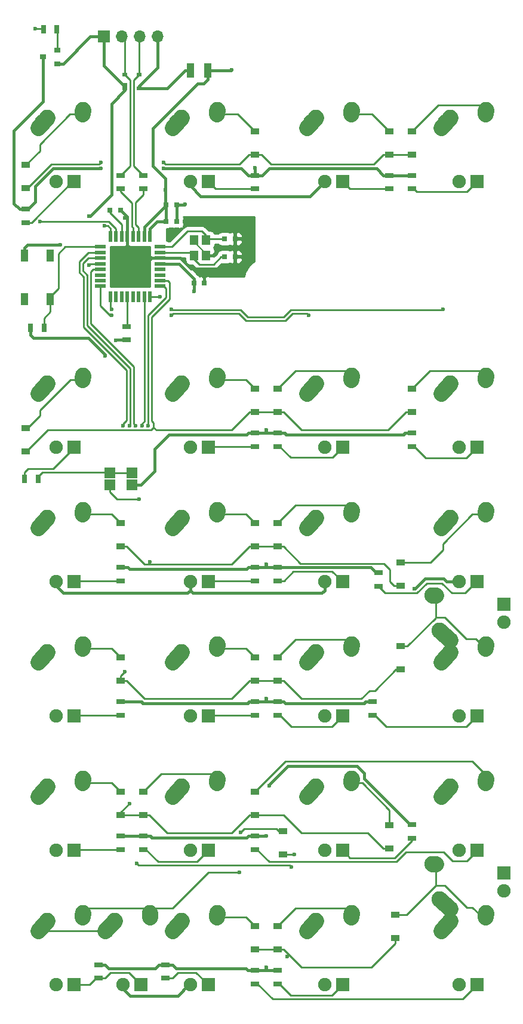
<source format=gbl>
%TF.GenerationSoftware,KiCad,Pcbnew,(5.0.0)*%
%TF.CreationDate,2019-02-04T23:42:10-08:00*%
%TF.ProjectId,Voyager20,566F796167657232302E6B696361645F,rev?*%
%TF.SameCoordinates,Original*%
%TF.FileFunction,Copper,L2,Bot,Signal*%
%TF.FilePolarity,Positive*%
%FSLAX46Y46*%
G04 Gerber Fmt 4.6, Leading zero omitted, Abs format (unit mm)*
G04 Created by KiCad (PCBNEW (5.0.0)) date 02/04/19 23:42:10*
%MOMM*%
%LPD*%
G01*
G04 APERTURE LIST*
%ADD10R,1.905000X1.905000*%
%ADD11C,1.905000*%
%ADD12C,2.250000*%
%ADD13C,2.250000*%
%ADD14R,0.800000X0.750000*%
%ADD15R,1.200000X0.900000*%
%ADD16R,1.140000X2.030000*%
%ADD17R,0.700000X1.300000*%
%ADD18R,1.300000X0.700000*%
%ADD19R,1.100000X1.800000*%
%ADD20R,0.700000X1.000000*%
%ADD21R,0.700000X0.600000*%
%ADD22R,1.200000X1.400000*%
%ADD23R,0.900000X0.800000*%
%ADD24O,1.700000X1.700000*%
%ADD25R,1.700000X1.700000*%
%ADD26R,0.550000X1.600000*%
%ADD27R,1.600000X0.550000*%
%ADD28R,1.500000X1.500000*%
%ADD29C,0.600000*%
%ADD30C,0.254000*%
%ADD31C,0.381000*%
%ADD32C,0.203200*%
G04 APERTURE END LIST*
D10*
X86995000Y-101917500D03*
D11*
X84455000Y-101917500D03*
D12*
X83225000Y-92837500D03*
X82570001Y-93567500D03*
D13*
X81915000Y-94297500D02*
X83225002Y-92837500D01*
D12*
X88265000Y-91757500D03*
X88245000Y-92047500D03*
D13*
X88225000Y-92337500D02*
X88265000Y-91757500D01*
D14*
X70274750Y-15176500D03*
X71774750Y-15176500D03*
X71774750Y-17716500D03*
X70274750Y-17716500D03*
X54018750Y-11112500D03*
X55518750Y-11112500D03*
X65925000Y-21431250D03*
X67425000Y-21431250D03*
X63456250Y-12700000D03*
X61956250Y-12700000D03*
X63456250Y-10318750D03*
X61956250Y-10318750D03*
D15*
X42068750Y-42006250D03*
X42068750Y-45306250D03*
X74612500Y-39750000D03*
X74612500Y-36450000D03*
X77787500Y-36450000D03*
X77787500Y-39750000D03*
X96837500Y-39750000D03*
X96837500Y-36450000D03*
X55562500Y-58800000D03*
X55562500Y-55500000D03*
X74612500Y-55500000D03*
X74612500Y-58800000D03*
X77787500Y-58800000D03*
X77787500Y-55500000D03*
X95250000Y-61056250D03*
X95250000Y-64356250D03*
X55562500Y-77850000D03*
X55562500Y-74550000D03*
X74612500Y-74550000D03*
X74612500Y-77850000D03*
X77787500Y-74550000D03*
X77787500Y-77850000D03*
X95250000Y-76262500D03*
X95250000Y-72962500D03*
X55562500Y-96900000D03*
X55562500Y-93600000D03*
X58737500Y-93600000D03*
X58737500Y-96900000D03*
X93662500Y-98362500D03*
X93662500Y-101662500D03*
X74612500Y-96900000D03*
X74612500Y-93600000D03*
X78581250Y-99156250D03*
X78581250Y-102456250D03*
X74612500Y-115950000D03*
X74612500Y-112650000D03*
X77787500Y-112650000D03*
X77787500Y-115950000D03*
X94456250Y-114362500D03*
X94456250Y-111062500D03*
D16*
X65475000Y8731250D03*
X67875000Y8731250D03*
D10*
X48895000Y-44767500D03*
D11*
X46355000Y-44767500D03*
D12*
X45125000Y-35687500D03*
X44470001Y-36417500D03*
D13*
X43815000Y-37147500D02*
X45125002Y-35687500D01*
D12*
X50165000Y-34607500D03*
X50145000Y-34897500D03*
D13*
X50125000Y-35187500D02*
X50165000Y-34607500D01*
D10*
X67945000Y-44767500D03*
D11*
X65405000Y-44767500D03*
D12*
X64175000Y-35687500D03*
X63520001Y-36417500D03*
D13*
X62865000Y-37147500D02*
X64175002Y-35687500D01*
D12*
X69215000Y-34607500D03*
X69195000Y-34897500D03*
D13*
X69175000Y-35187500D02*
X69215000Y-34607500D01*
D12*
X88245000Y-34897500D03*
D13*
X88225000Y-35187500D02*
X88265000Y-34607500D01*
D12*
X88265000Y-34607500D03*
X82570001Y-36417500D03*
D13*
X81915000Y-37147500D02*
X83225002Y-35687500D01*
D12*
X83225000Y-35687500D03*
D11*
X84455000Y-44767500D03*
D10*
X86995000Y-44767500D03*
D12*
X107295000Y-34897500D03*
D13*
X107275000Y-35187500D02*
X107315000Y-34607500D01*
D12*
X107315000Y-34607500D03*
X101620001Y-36417500D03*
D13*
X100965000Y-37147500D02*
X102275002Y-35687500D01*
D12*
X102275000Y-35687500D03*
D11*
X103505000Y-44767500D03*
D10*
X106045000Y-44767500D03*
X48895000Y-63817500D03*
D11*
X46355000Y-63817500D03*
D12*
X45125000Y-54737500D03*
X44470001Y-55467500D03*
D13*
X43815000Y-56197500D02*
X45125002Y-54737500D01*
D12*
X50165000Y-53657500D03*
X50145000Y-53947500D03*
D13*
X50125000Y-54237500D02*
X50165000Y-53657500D01*
D12*
X69195000Y-53947500D03*
D13*
X69175000Y-54237500D02*
X69215000Y-53657500D01*
D12*
X69215000Y-53657500D03*
X63520001Y-55467500D03*
D13*
X62865000Y-56197500D02*
X64175002Y-54737500D01*
D12*
X64175000Y-54737500D03*
D11*
X65405000Y-63817500D03*
D10*
X67945000Y-63817500D03*
D12*
X88245000Y-53947500D03*
D13*
X88225000Y-54237500D02*
X88265000Y-53657500D01*
D12*
X88265000Y-53657500D03*
X82570001Y-55467500D03*
D13*
X81915000Y-56197500D02*
X83225002Y-54737500D01*
D12*
X83225000Y-54737500D03*
D11*
X84455000Y-63817500D03*
D10*
X86995000Y-63817500D03*
D12*
X107295000Y-53947500D03*
D13*
X107275000Y-54237500D02*
X107315000Y-53657500D01*
D12*
X107315000Y-53657500D03*
X101620001Y-55467500D03*
D13*
X100965000Y-56197500D02*
X102275002Y-54737500D01*
D12*
X102275000Y-54737500D03*
D11*
X103505000Y-63817500D03*
D10*
X106045000Y-63817500D03*
X48895000Y-82867500D03*
D11*
X46355000Y-82867500D03*
D12*
X45125000Y-73787500D03*
X44470001Y-74517500D03*
D13*
X43815000Y-75247500D02*
X45125002Y-73787500D01*
D12*
X50165000Y-72707500D03*
X50145000Y-72997500D03*
D13*
X50125000Y-73287500D02*
X50165000Y-72707500D01*
D12*
X69195000Y-72997500D03*
D13*
X69175000Y-73287500D02*
X69215000Y-72707500D01*
D12*
X69215000Y-72707500D03*
X63520001Y-74517500D03*
D13*
X62865000Y-75247500D02*
X64175002Y-73787500D01*
D12*
X64175000Y-73787500D03*
D11*
X65405000Y-82867500D03*
D10*
X67945000Y-82867500D03*
X86995000Y-82867500D03*
D11*
X84455000Y-82867500D03*
D12*
X83225000Y-73787500D03*
X82570001Y-74517500D03*
D13*
X81915000Y-75247500D02*
X83225002Y-73787500D01*
D12*
X88265000Y-72707500D03*
X88245000Y-72997500D03*
D13*
X88225000Y-73287500D02*
X88265000Y-72707500D01*
D10*
X106045000Y-82867500D03*
D11*
X103505000Y-82867500D03*
D12*
X102275000Y-73787500D03*
X101620001Y-74517500D03*
D13*
X100965000Y-75247500D02*
X102275002Y-73787500D01*
D12*
X107315000Y-72707500D03*
X107295000Y-72997500D03*
D13*
X107275000Y-73287500D02*
X107315000Y-72707500D01*
D10*
X48895000Y-101917500D03*
D11*
X46355000Y-101917500D03*
D12*
X45125000Y-92837500D03*
X44470001Y-93567500D03*
D13*
X43815000Y-94297500D02*
X45125002Y-92837500D01*
D12*
X50165000Y-91757500D03*
X50145000Y-92047500D03*
D13*
X50125000Y-92337500D02*
X50165000Y-91757500D01*
D12*
X69195000Y-92047500D03*
D13*
X69175000Y-92337500D02*
X69215000Y-91757500D01*
D12*
X69215000Y-91757500D03*
X63520001Y-93567500D03*
D13*
X62865000Y-94297500D02*
X64175002Y-92837500D01*
D12*
X64175000Y-92837500D03*
D11*
X65405000Y-101917500D03*
D10*
X67945000Y-101917500D03*
D12*
X107295000Y-92047500D03*
D13*
X107275000Y-92337500D02*
X107315000Y-91757500D01*
D12*
X107315000Y-91757500D03*
X101620001Y-93567500D03*
D13*
X100965000Y-94297500D02*
X102275002Y-92837500D01*
D12*
X102275000Y-92837500D03*
D11*
X103505000Y-101917500D03*
D10*
X106045000Y-101917500D03*
D12*
X50145000Y-111097500D03*
D13*
X50125000Y-111387500D02*
X50165000Y-110807500D01*
D12*
X50165000Y-110807500D03*
X44470001Y-112617500D03*
D13*
X43815000Y-113347500D02*
X45125002Y-111887500D01*
D12*
X45125000Y-111887500D03*
D11*
X46355000Y-120967500D03*
D10*
X48895000Y-120967500D03*
X67945000Y-120967500D03*
D11*
X65405000Y-120967500D03*
D12*
X64175000Y-111887500D03*
X63520001Y-112617500D03*
D13*
X62865000Y-113347500D02*
X64175002Y-111887500D01*
D12*
X69215000Y-110807500D03*
X69195000Y-111097500D03*
D13*
X69175000Y-111387500D02*
X69215000Y-110807500D01*
D12*
X88245000Y-111097500D03*
D13*
X88225000Y-111387500D02*
X88265000Y-110807500D01*
D12*
X88265000Y-110807500D03*
X82570001Y-112617500D03*
D13*
X81915000Y-113347500D02*
X83225002Y-111887500D01*
D12*
X83225000Y-111887500D03*
D11*
X84455000Y-120967500D03*
D10*
X86995000Y-120967500D03*
X106045000Y-120967500D03*
D11*
X103505000Y-120967500D03*
D12*
X102275000Y-111887500D03*
X101620001Y-112617500D03*
D13*
X100965000Y-113347500D02*
X102275002Y-111887500D01*
D12*
X107315000Y-110807500D03*
X107295000Y-111097500D03*
D13*
X107275000Y-111387500D02*
X107315000Y-110807500D01*
D17*
X42769750Y-27813000D03*
X44669750Y-27813000D03*
D18*
X58737500Y-6193750D03*
X58737500Y-8093750D03*
X55562500Y-6193750D03*
X55562500Y-8093750D03*
X56356250Y-29525000D03*
X56356250Y-27625000D03*
D17*
X43812500Y-49212500D03*
X41912500Y-49212500D03*
D18*
X74612500Y-44606250D03*
X74612500Y-42706250D03*
X77787500Y-42706250D03*
X77787500Y-44606250D03*
X96837500Y-44606250D03*
X96837500Y-42706250D03*
X55562500Y-63656250D03*
X55562500Y-61756250D03*
X74612500Y-63656250D03*
X74612500Y-61756250D03*
X77787500Y-63656250D03*
X77787500Y-61756250D03*
X92075000Y-62550000D03*
X92075000Y-64450000D03*
X55562500Y-80806250D03*
X55562500Y-82706250D03*
X74612500Y-82706250D03*
X74612500Y-80806250D03*
X77787500Y-80806250D03*
X77787500Y-82706250D03*
X91281250Y-82706250D03*
X91281250Y-80806250D03*
X55562500Y-99856250D03*
X55562500Y-101756250D03*
X58737500Y-99856250D03*
X58737500Y-101756250D03*
X96837500Y-98268750D03*
X96837500Y-100168750D03*
X74612500Y-99856250D03*
X74612500Y-101756250D03*
X52387500Y-120012500D03*
X52387500Y-118112500D03*
X61912500Y-118112500D03*
X61912500Y-120012500D03*
X77787500Y-120806250D03*
X77787500Y-118906250D03*
X74612500Y-118906250D03*
X74612500Y-120806250D03*
D19*
X41869750Y-17569250D03*
X45569750Y-23769250D03*
X45569750Y-17569250D03*
X41869750Y-23769250D03*
D20*
X56150000Y6393750D03*
D21*
X58150000Y6193750D03*
X56150000Y8093750D03*
X58150000Y8093750D03*
D22*
X65952000Y-15346500D03*
X65952000Y-17546500D03*
X67652000Y-17546500D03*
X67652000Y-15346500D03*
D12*
X99985000Y-65742500D03*
D13*
X100275000Y-65762500D02*
X99695000Y-65722500D01*
D12*
X99695000Y-65722500D03*
X101505000Y-71417499D03*
D13*
X102235000Y-72072500D02*
X100775000Y-70762498D01*
D12*
X100775000Y-70762500D03*
D11*
X109855000Y-69532500D03*
D10*
X109855000Y-66992500D03*
X109855000Y-105092500D03*
D11*
X109855000Y-107632500D03*
D12*
X100775000Y-108862500D03*
X101505000Y-109517499D03*
D13*
X102235000Y-110172500D02*
X100775000Y-108862498D01*
D12*
X99695000Y-103822500D03*
X99985000Y-103842500D03*
D13*
X100275000Y-103862500D02*
X99695000Y-103822500D01*
D12*
X59670000Y-111097500D03*
D13*
X59650000Y-111387500D02*
X59690000Y-110807500D01*
D12*
X59690000Y-110807500D03*
X53995001Y-112617500D03*
D13*
X53340000Y-113347500D02*
X54650002Y-111887500D01*
D12*
X54650000Y-111887500D03*
D11*
X55880000Y-120967500D03*
D10*
X58420000Y-120967500D03*
D23*
X44529500Y10604500D03*
X46529500Y9654500D03*
X46529500Y11554500D03*
D17*
X44579500Y14573250D03*
X46479500Y14573250D03*
D15*
X42068750Y-8000000D03*
X42068750Y-4700000D03*
X74612500Y62500D03*
X74612500Y-3237500D03*
X93662500Y-3237500D03*
X93662500Y62500D03*
X96837500Y62500D03*
X96837500Y-3237500D03*
D12*
X50145000Y2808800D03*
D13*
X50125000Y2518800D02*
X50165000Y3098800D01*
D12*
X50165000Y3098800D03*
X44470001Y1288800D03*
D13*
X43815000Y558800D02*
X45125002Y2018800D01*
D12*
X45125000Y2018800D03*
D11*
X46355000Y-7061200D03*
D10*
X48895000Y-7061200D03*
X67945000Y-7061200D03*
D11*
X65405000Y-7061200D03*
D12*
X64175000Y2018800D03*
X63520001Y1288800D03*
D13*
X62865000Y558800D02*
X64175002Y2018800D01*
D12*
X69215000Y3098800D03*
X69195000Y2808800D03*
D13*
X69175000Y2518800D02*
X69215000Y3098800D01*
D12*
X88245000Y2808800D03*
D13*
X88225000Y2518800D02*
X88265000Y3098800D01*
D12*
X88265000Y3098800D03*
X82570001Y1288800D03*
D13*
X81915000Y558800D02*
X83225002Y2018800D01*
D12*
X83225000Y2018800D03*
D11*
X84455000Y-7061200D03*
D10*
X86995000Y-7061200D03*
X106045000Y-7061200D03*
D11*
X103505000Y-7061200D03*
D12*
X102275000Y2018800D03*
X101620001Y1288800D03*
D13*
X100965000Y558800D02*
X102275002Y2018800D01*
D12*
X107315000Y3098800D03*
X107295000Y2808800D03*
D13*
X107275000Y2518800D02*
X107315000Y3098800D01*
D18*
X42068750Y-12856250D03*
X42068750Y-10956250D03*
X74612500Y-6193750D03*
X74612500Y-8093750D03*
X93662500Y-8093750D03*
X93662500Y-6193750D03*
X96837500Y-6193750D03*
X96837500Y-8093750D03*
D24*
X60801250Y13493750D03*
X58261250Y13493750D03*
X55721250Y13493750D03*
D25*
X53181250Y13493750D03*
D26*
X59696000Y-14863500D03*
X58896000Y-14863500D03*
X58096000Y-14863500D03*
X57296000Y-14863500D03*
X56496000Y-14863500D03*
X55696000Y-14863500D03*
X54896000Y-14863500D03*
X54096000Y-14863500D03*
D27*
X52646000Y-16313500D03*
X52646000Y-17113500D03*
X52646000Y-17913500D03*
X52646000Y-18713500D03*
X52646000Y-19513500D03*
X52646000Y-20313500D03*
X52646000Y-21113500D03*
X52646000Y-21913500D03*
D26*
X54096000Y-23363500D03*
X54896000Y-23363500D03*
X55696000Y-23363500D03*
X56496000Y-23363500D03*
X57296000Y-23363500D03*
X58096000Y-23363500D03*
X58896000Y-23363500D03*
X59696000Y-23363500D03*
D27*
X61146000Y-21913500D03*
X61146000Y-21113500D03*
X61146000Y-20313500D03*
X61146000Y-19513500D03*
X61146000Y-18713500D03*
X61146000Y-17913500D03*
X61146000Y-17113500D03*
X61146000Y-16313500D03*
D28*
X53975000Y-48362500D03*
X53975000Y-50062500D03*
X57150000Y-50062500D03*
X57150000Y-48362500D03*
D29*
X56134000Y-12192000D03*
X64643000Y-10287000D03*
X54864000Y-29591000D03*
X46990000Y-16002000D03*
X51054000Y-11938000D03*
X56896000Y-19113500D03*
X65913000Y-22606000D03*
X61849000Y-8255000D03*
X53340000Y-31750000D03*
X97155000Y-64770000D03*
X71247000Y8763000D03*
X59436000Y-41656000D03*
X59690000Y-60960000D03*
X55880000Y-41656000D03*
X56134000Y-76581000D03*
X56769000Y-41656000D03*
X56769000Y-95250000D03*
X44069000Y-12700000D03*
X53213000Y-13335000D03*
X54229000Y-26035000D03*
X62738000Y-26035000D03*
X82169000Y-26035000D03*
X54229000Y-25146000D03*
X62738000Y-25146000D03*
X101219000Y-25146000D03*
X72517000Y-99314000D03*
X72390000Y-105029000D03*
X80137000Y-102489000D03*
X79121000Y-116967000D03*
X57658000Y-41656000D03*
X57785000Y-103759000D03*
X79756000Y-104267000D03*
X61595000Y-5207000D03*
X52705000Y-5207000D03*
X76200000Y-99822000D03*
X76200000Y-80391000D03*
X76200000Y-61341000D03*
X76200000Y-42291000D03*
X74549000Y-5080000D03*
X76200000Y-118491000D03*
X76581000Y-92710000D03*
X51054000Y-18923000D03*
X43434000Y14605000D03*
X52705000Y-4318000D03*
X61595000Y-4318000D03*
X61087000Y-23368000D03*
X58547000Y-41656000D03*
X58166000Y-52070000D03*
D30*
X67822000Y-15176500D02*
X67652000Y-15346500D01*
X70274750Y-15176500D02*
X67822000Y-15176500D01*
X67652000Y-14693000D02*
X67652000Y-15346500D01*
X61146000Y-16313500D02*
X62807500Y-16313500D01*
X65024000Y-14097000D02*
X67056000Y-14097000D01*
X67056000Y-14097000D02*
X67652000Y-14693000D01*
X62807500Y-16313500D02*
X65024000Y-14097000D01*
D31*
X56496000Y-12089750D02*
X55518750Y-11112500D01*
X56496000Y-14863500D02*
X56496000Y-12089750D01*
X65952000Y-15346500D02*
X65952000Y-15596500D01*
X67652000Y-17296500D02*
X67652000Y-17546500D01*
D32*
X65952000Y-15596500D02*
X67652000Y-17296500D01*
D31*
X67652000Y-17546500D02*
X68559500Y-17546500D01*
X69659500Y-16446500D02*
X71774750Y-16446500D01*
X68559500Y-17546500D02*
X69659500Y-16446500D01*
X71774750Y-15176500D02*
X71774750Y-16446500D01*
X71774750Y-16446500D02*
X71774750Y-17716500D01*
X61146000Y-17913500D02*
X64014500Y-17913500D01*
X64014500Y-17913500D02*
X65532000Y-19431000D01*
X65532000Y-19431000D02*
X70866000Y-19431000D01*
X71774750Y-18522250D02*
X71774750Y-17716500D01*
X70866000Y-19431000D02*
X71774750Y-18522250D01*
X67425000Y-21431250D02*
X67425000Y-20689000D01*
X66167000Y-19431000D02*
X65532000Y-19431000D01*
X67425000Y-20689000D02*
X66167000Y-19431000D01*
X63456250Y-10318750D02*
X63456250Y-12700000D01*
X56393750Y-12192000D02*
X56496000Y-12089750D01*
X56134000Y-12192000D02*
X56393750Y-12192000D01*
X56150000Y5858000D02*
X54229000Y3937000D01*
X53181250Y9362500D02*
X56150000Y6393750D01*
X56150000Y6393750D02*
X56150000Y5858000D01*
X53181250Y13493750D02*
X53181250Y9362500D01*
X58426500Y-17913500D02*
X61146000Y-17913500D01*
X57601000Y-17913500D02*
X58426500Y-17913500D01*
X56496000Y-14863500D02*
X56496000Y-16808500D01*
X56496000Y-16808500D02*
X57601000Y-17913500D01*
X63456250Y-10318750D02*
X64611250Y-10318750D01*
X64611250Y-10318750D02*
X64643000Y-10287000D01*
X56356250Y-29525000D02*
X54930000Y-29525000D01*
X54930000Y-29525000D02*
X54864000Y-29591000D01*
X41869750Y-17569250D02*
X41869750Y-16423250D01*
X41869750Y-16423250D02*
X42291000Y-16002000D01*
X42291000Y-16002000D02*
X46990000Y-16002000D01*
X54229000Y3937000D02*
X54229000Y-8890000D01*
X54229000Y-8890000D02*
X52959000Y-10160000D01*
X52959000Y-10160000D02*
X51181000Y-11938000D01*
X51181000Y-11938000D02*
X51054000Y-11938000D01*
X53181250Y13493750D02*
X51212750Y13493750D01*
X47373500Y9654500D02*
X46529500Y9654500D01*
X51212750Y13493750D02*
X47373500Y9654500D01*
X56896000Y-18618500D02*
X57601000Y-17913500D01*
X56896000Y-19113500D02*
X56896000Y-18618500D01*
D30*
X65519000Y-17113500D02*
X65952000Y-17546500D01*
X61146000Y-17113500D02*
X65519000Y-17113500D01*
X65952000Y-17546500D02*
X65952000Y-18073000D01*
X65952000Y-18073000D02*
X66675000Y-18796000D01*
X66675000Y-18796000D02*
X68707000Y-18796000D01*
X69786500Y-17716500D02*
X70274750Y-17716500D01*
X68707000Y-18796000D02*
X69786500Y-17716500D01*
X55696000Y-14863500D02*
X55696000Y-13151000D01*
X54018750Y-11473750D02*
X54018750Y-11112500D01*
X55696000Y-13151000D02*
X54018750Y-11473750D01*
D31*
X60706000Y-12700000D02*
X61956250Y-12700000D01*
X59696000Y-13710000D02*
X60706000Y-12700000D01*
X59696000Y-14863500D02*
X59696000Y-13710000D01*
X61956250Y-10433750D02*
X61956250Y-10318750D01*
X58896000Y-14863500D02*
X58896000Y-13494000D01*
X58896000Y-13494000D02*
X61956250Y-10433750D01*
X61956250Y-10318750D02*
X61956250Y-12700000D01*
X61146000Y-18713500D02*
X63798500Y-18713500D01*
X65925000Y-20840000D02*
X65925000Y-21431250D01*
X63798500Y-18713500D02*
X65925000Y-20840000D01*
X65925000Y-21431250D02*
X65925000Y-22594000D01*
X65925000Y-22594000D02*
X65913000Y-22606000D01*
X67875000Y7436000D02*
X67297000Y6858000D01*
X67875000Y8731250D02*
X67875000Y7436000D01*
X67297000Y6858000D02*
X66421000Y6858000D01*
X66421000Y6858000D02*
X60071000Y508000D01*
X60071000Y508000D02*
X60071000Y-4826000D01*
X61849000Y-6604000D02*
X60071000Y-4826000D01*
X61849000Y-8255000D02*
X61849000Y-6604000D01*
X61849000Y-10211500D02*
X61956250Y-10318750D01*
X61849000Y-8255000D02*
X61849000Y-10211500D01*
X65405000Y-7061200D02*
X65405000Y-7683500D01*
X65405000Y-7683500D02*
X66865500Y-9144000D01*
X82372200Y-9144000D02*
X84455000Y-7061200D01*
X66865500Y-9144000D02*
X82372200Y-9144000D01*
X42769750Y-27813000D02*
X42769750Y-28799750D01*
X42769750Y-28799750D02*
X43180000Y-29210000D01*
X43180000Y-29210000D02*
X50927000Y-29210000D01*
X50927000Y-29210000D02*
X53340000Y-31623000D01*
X53340000Y-31623000D02*
X53340000Y-31750000D01*
X46355000Y-64389000D02*
X46355000Y-63817500D01*
X47371000Y-65405000D02*
X46355000Y-64389000D01*
X65024000Y-65405000D02*
X47371000Y-65405000D01*
X65405000Y-65024000D02*
X65024000Y-65405000D01*
X65405000Y-63817500D02*
X65405000Y-65024000D01*
X84455000Y-65024000D02*
X84455000Y-63817500D01*
X84074000Y-65405000D02*
X84455000Y-65024000D01*
X65405000Y-65024000D02*
X65786000Y-65405000D01*
X65786000Y-65405000D02*
X84074000Y-65405000D01*
X103505000Y-63817500D02*
X101790500Y-63817500D01*
X101790500Y-63817500D02*
X101346000Y-63373000D01*
X101346000Y-63373000D02*
X98679000Y-63373000D01*
X98679000Y-63373000D02*
X97282000Y-64770000D01*
X97282000Y-64770000D02*
X97155000Y-64770000D01*
X67875000Y8731250D02*
X71215250Y8731250D01*
X71215250Y8731250D02*
X71247000Y8763000D01*
X65405000Y-120967500D02*
X65214500Y-120967500D01*
X65214500Y-120967500D02*
X63627000Y-122555000D01*
X63627000Y-122555000D02*
X56896000Y-122555000D01*
X55880000Y-121539000D02*
X55880000Y-120967500D01*
X56896000Y-122555000D02*
X55880000Y-121539000D01*
D30*
X42068750Y-45306250D02*
X42196750Y-45306250D01*
X42196750Y-45306250D02*
X45212000Y-42291000D01*
X74612500Y-39750000D02*
X73788000Y-39750000D01*
X71247000Y-42291000D02*
X69342000Y-42291000D01*
X73788000Y-39750000D02*
X71247000Y-42291000D01*
X77787500Y-39750000D02*
X78612000Y-39750000D01*
X81153000Y-42291000D02*
X82550000Y-42291000D01*
X78612000Y-39750000D02*
X81153000Y-42291000D01*
X96837500Y-39750000D02*
X96013000Y-39750000D01*
X93472000Y-42291000D02*
X92075000Y-42291000D01*
X96013000Y-39750000D02*
X93472000Y-42291000D01*
X82550000Y-42291000D02*
X92075000Y-42291000D01*
X61146000Y-21113500D02*
X62261500Y-21113500D01*
X62261500Y-21113500D02*
X62484000Y-21336000D01*
X62484000Y-21336000D02*
X62484000Y-23749000D01*
X62484000Y-23749000D02*
X59944000Y-26289000D01*
X59944000Y-26289000D02*
X59944000Y-41021000D01*
X59944000Y-41021000D02*
X60071000Y-41148000D01*
X60198000Y-41275000D02*
X60071000Y-41148000D01*
X59817000Y-42291000D02*
X60198000Y-41910000D01*
X60198000Y-41910000D02*
X60198000Y-41275000D01*
X45212000Y-42291000D02*
X59817000Y-42291000D01*
X60579000Y-42291000D02*
X60198000Y-41910000D01*
X60706000Y-42291000D02*
X60579000Y-42291000D01*
X60706000Y-42291000D02*
X69342000Y-42291000D01*
X77787500Y-39750000D02*
X74612500Y-39750000D01*
X74612500Y-58800000D02*
X73788000Y-58800000D01*
X73788000Y-58800000D02*
X71247000Y-61341000D01*
X56387000Y-58800000D02*
X55562500Y-58800000D01*
X58928000Y-61341000D02*
X56387000Y-58800000D01*
X74612500Y-58800000D02*
X77787500Y-58800000D01*
X59690000Y-60960000D02*
X59690000Y-61341000D01*
X71247000Y-61341000D02*
X59690000Y-61341000D01*
X59690000Y-61341000D02*
X58928000Y-61341000D01*
X61664500Y-21913500D02*
X61146000Y-21913500D01*
X61976000Y-22225000D02*
X61664500Y-21913500D01*
X61976000Y-23495000D02*
X61976000Y-22225000D01*
X59436000Y-26035000D02*
X61976000Y-23495000D01*
X59436000Y-41656000D02*
X59436000Y-26035000D01*
X77787500Y-58800000D02*
X78612000Y-58800000D01*
X78612000Y-58800000D02*
X81026000Y-61214000D01*
X92837000Y-61214000D02*
X93726000Y-62103000D01*
X94328250Y-64356250D02*
X95250000Y-64356250D01*
X93726000Y-62103000D02*
X93726000Y-63754000D01*
X81026000Y-61214000D02*
X92837000Y-61214000D01*
X93726000Y-63754000D02*
X94328250Y-64356250D01*
X55562500Y-77850000D02*
X56387000Y-77850000D01*
X56387000Y-77850000D02*
X58928000Y-80391000D01*
X58928000Y-80391000D02*
X71247000Y-80391000D01*
X73788000Y-77850000D02*
X74612500Y-77850000D01*
X71247000Y-80391000D02*
X73788000Y-77850000D01*
X74612500Y-77850000D02*
X77787500Y-77850000D01*
X94552500Y-76262500D02*
X95250000Y-76262500D01*
X77787500Y-77850000D02*
X78612000Y-77850000D01*
X78612000Y-77850000D02*
X81153000Y-80391000D01*
X81153000Y-80391000D02*
X89662000Y-80391000D01*
X89662000Y-80391000D02*
X90805000Y-79248000D01*
X90805000Y-79248000D02*
X91567000Y-79248000D01*
X91567000Y-79248000D02*
X94552500Y-76262500D01*
X55562500Y-77152500D02*
X55562500Y-77850000D01*
X56134000Y-76581000D02*
X55562500Y-77152500D01*
X55880000Y-41402000D02*
X55880000Y-41656000D01*
X56388000Y-40894000D02*
X55880000Y-41402000D01*
X56388000Y-33782000D02*
X56388000Y-40894000D01*
X52646000Y-17113500D02*
X50958500Y-17113500D01*
X50958500Y-17113500D02*
X49657000Y-18415000D01*
X49657000Y-18415000D02*
X49657000Y-19939000D01*
X49657000Y-19939000D02*
X50292000Y-20574000D01*
X50292000Y-20574000D02*
X50292000Y-27686000D01*
X50292000Y-27686000D02*
X56388000Y-33782000D01*
X93662500Y-101662500D02*
X92772500Y-101662500D01*
X92772500Y-101662500D02*
X90551000Y-99441000D01*
X90551000Y-99441000D02*
X81153000Y-99441000D01*
X78612000Y-96900000D02*
X74612500Y-96900000D01*
X81153000Y-99441000D02*
X78612000Y-96900000D01*
X74612500Y-96900000D02*
X73788000Y-96900000D01*
X73788000Y-96900000D02*
X71247000Y-99441000D01*
X71247000Y-99441000D02*
X62103000Y-99441000D01*
X59562000Y-96900000D02*
X58737500Y-96900000D01*
X62103000Y-99441000D02*
X59562000Y-96900000D01*
X58737500Y-96900000D02*
X55562500Y-96900000D01*
X55562500Y-96456500D02*
X55562500Y-96900000D01*
X56769000Y-95250000D02*
X55562500Y-96456500D01*
X51555500Y-17913500D02*
X52646000Y-17913500D01*
X50920500Y-17913500D02*
X51555500Y-17913500D01*
X50165000Y-18669000D02*
X50920500Y-17913500D01*
X56896000Y-41529000D02*
X56896000Y-33528000D01*
X56896000Y-33528000D02*
X50800000Y-27432000D01*
X56769000Y-41656000D02*
X56896000Y-41529000D01*
X50800000Y-27432000D02*
X50800000Y-20320000D01*
X50800000Y-20320000D02*
X50165000Y-19685000D01*
X50165000Y-19685000D02*
X50165000Y-18669000D01*
D31*
X62105500Y6193750D02*
X64643000Y8731250D01*
X60801250Y9112250D02*
X60801250Y9525000D01*
X60801250Y13493750D02*
X60801250Y9525000D01*
X58150000Y6193750D02*
X58150000Y6461000D01*
X58150000Y6461000D02*
X60801250Y9112250D01*
X58150000Y6193750D02*
X62105500Y6193750D01*
X64643000Y8731250D02*
X65475000Y8731250D01*
D30*
X53340000Y-113347500D02*
X43815000Y-113347500D01*
X54896000Y-14863500D02*
X54896000Y-13748000D01*
X53848000Y-12700000D02*
X44069000Y-12700000D01*
X54896000Y-13748000D02*
X53848000Y-12700000D01*
X54096000Y-14863500D02*
X54096000Y-13710000D01*
X53721000Y-13335000D02*
X53213000Y-13335000D01*
X54096000Y-13710000D02*
X53721000Y-13335000D01*
X52646000Y-21913500D02*
X52646000Y-24706000D01*
X52646000Y-24706000D02*
X53975000Y-26035000D01*
X53975000Y-26035000D02*
X54229000Y-26035000D01*
X81915000Y-25781000D02*
X82169000Y-26035000D01*
X62738000Y-26035000D02*
X62992000Y-25781000D01*
X62992000Y-25781000D02*
X72263000Y-25781000D01*
X72263000Y-25781000D02*
X73279000Y-26797000D01*
X73279000Y-26797000D02*
X78867000Y-26797000D01*
X78867000Y-26797000D02*
X79883000Y-25781000D01*
X79883000Y-25781000D02*
X81915000Y-25781000D01*
X54096000Y-23363500D02*
X54096000Y-25013000D01*
X54096000Y-25013000D02*
X54229000Y-25146000D01*
X101092000Y-25273000D02*
X101219000Y-25146000D01*
X62738000Y-25146000D02*
X62865000Y-25273000D01*
X72517000Y-25273000D02*
X73533000Y-26289000D01*
X73533000Y-26289000D02*
X78613000Y-26289000D01*
X62865000Y-25273000D02*
X72517000Y-25273000D01*
X78613000Y-26289000D02*
X79629000Y-25273000D01*
X79629000Y-25273000D02*
X101092000Y-25273000D01*
X45569750Y-23391250D02*
X45569750Y-23769250D01*
X46736000Y-22225000D02*
X45569750Y-23391250D01*
X46736000Y-17272000D02*
X46736000Y-22225000D01*
X52646000Y-16313500D02*
X47694500Y-16313500D01*
X47694500Y-16313500D02*
X46736000Y-17272000D01*
X44669750Y-27813000D02*
X44669750Y-26450250D01*
X45569750Y-25550250D02*
X45569750Y-23769250D01*
X44669750Y-26450250D02*
X45569750Y-25550250D01*
X56496000Y-27485250D02*
X56356250Y-27625000D01*
X56496000Y-23363500D02*
X56496000Y-27485250D01*
X48378500Y-35187500D02*
X50125000Y-35187500D01*
X44069000Y-39497000D02*
X48378500Y-35187500D01*
X44069000Y-40259000D02*
X44069000Y-39497000D01*
X42068750Y-42006250D02*
X42321750Y-42006250D01*
X42321750Y-42006250D02*
X44069000Y-40259000D01*
X69175000Y-35187500D02*
X71762500Y-35187500D01*
X73350000Y-35187500D02*
X74612500Y-36450000D01*
X71762500Y-35187500D02*
X73350000Y-35187500D01*
X88225000Y-35187500D02*
X88225000Y-34758000D01*
X88225000Y-34758000D02*
X87376000Y-33909000D01*
X87376000Y-33909000D02*
X81916000Y-33909000D01*
X80328500Y-33909000D02*
X77787500Y-36450000D01*
X81916000Y-33909000D02*
X80328500Y-33909000D01*
X107275000Y-35187500D02*
X107275000Y-34377000D01*
X107275000Y-34377000D02*
X106807000Y-33909000D01*
X106807000Y-33909000D02*
X100966000Y-33909000D01*
X99378500Y-33909000D02*
X96837500Y-36450000D01*
X100966000Y-33909000D02*
X99378500Y-33909000D01*
X54300000Y-54237500D02*
X55562500Y-55500000D01*
X50125000Y-54237500D02*
X54300000Y-54237500D01*
X73350000Y-54237500D02*
X74612500Y-55500000D01*
X69175000Y-54237500D02*
X73350000Y-54237500D01*
X88225000Y-53697500D02*
X88265000Y-53657500D01*
X88225000Y-54237500D02*
X88225000Y-53697500D01*
X88225000Y-54237500D02*
X88225000Y-53173000D01*
X88225000Y-53173000D02*
X88011000Y-52959000D01*
X80328500Y-52959000D02*
X77787500Y-55500000D01*
X88011000Y-52959000D02*
X80328500Y-52959000D01*
X107275000Y-54237500D02*
X105401500Y-54237500D01*
X105401500Y-54237500D02*
X101219000Y-58420000D01*
X101219000Y-58420000D02*
X101219000Y-59309000D01*
X99471750Y-61056250D02*
X95250000Y-61056250D01*
X101219000Y-59309000D02*
X99471750Y-61056250D01*
X54300000Y-73287500D02*
X55562500Y-74550000D01*
X50125000Y-73287500D02*
X54300000Y-73287500D01*
X73350000Y-73287500D02*
X74612500Y-74550000D01*
X69175000Y-73287500D02*
X73350000Y-73287500D01*
X88225000Y-73287500D02*
X88225000Y-72223000D01*
X88225000Y-72223000D02*
X88011000Y-72009000D01*
X80328500Y-72009000D02*
X77787500Y-74550000D01*
X88011000Y-72009000D02*
X80328500Y-72009000D01*
X107275000Y-73287500D02*
X107275000Y-73239000D01*
X107275000Y-73239000D02*
X105918000Y-71882000D01*
X105918000Y-71882000D02*
X104521000Y-71882000D01*
X104521000Y-71882000D02*
X101600000Y-68961000D01*
X100275000Y-65762500D02*
X100275000Y-67937500D01*
X96201500Y-72962500D02*
X100203000Y-68961000D01*
X95250000Y-72962500D02*
X96201500Y-72962500D01*
X100275000Y-68889000D02*
X100203000Y-68961000D01*
X100275000Y-67937500D02*
X100275000Y-68889000D01*
X101528000Y-68889000D02*
X101600000Y-68961000D01*
X100275000Y-68889000D02*
X101528000Y-68889000D01*
X54300000Y-92337500D02*
X55562500Y-93600000D01*
X50125000Y-92337500D02*
X54300000Y-92337500D01*
X69175000Y-92337500D02*
X69175000Y-92035000D01*
X69175000Y-92035000D02*
X68199000Y-91059000D01*
X61278500Y-91059000D02*
X58737500Y-93600000D01*
X68199000Y-91059000D02*
X61278500Y-91059000D01*
X93662500Y-98362500D02*
X93662500Y-96202500D01*
X89797500Y-92337500D02*
X88225000Y-92337500D01*
X93662500Y-96202500D02*
X89797500Y-92337500D01*
X78677500Y-89535000D02*
X74612500Y-93600000D01*
X78931500Y-89281000D02*
X78677500Y-89535000D01*
X105410000Y-89281000D02*
X78931500Y-89281000D01*
X107275000Y-91146000D02*
X105410000Y-89281000D01*
X107275000Y-92337500D02*
X107275000Y-91146000D01*
X50125000Y-111387500D02*
X50125000Y-110657000D01*
X50125000Y-110657000D02*
X50673000Y-110109000D01*
X58991500Y-110109000D02*
X59690000Y-110807500D01*
X50673000Y-110109000D02*
X58991500Y-110109000D01*
X78581250Y-99156250D02*
X77947250Y-99156250D01*
X77947250Y-99156250D02*
X77597000Y-98806000D01*
X77597000Y-98806000D02*
X73025000Y-98806000D01*
X73025000Y-98806000D02*
X72517000Y-99314000D01*
X59650000Y-110022000D02*
X59650000Y-111387500D01*
X59737000Y-110109000D02*
X59650000Y-110022000D01*
X62865000Y-110109000D02*
X59737000Y-110109000D01*
X69342000Y-105029000D02*
X67945000Y-105029000D01*
X67945000Y-105029000D02*
X62865000Y-110109000D01*
X72390000Y-105029000D02*
X69342000Y-105029000D01*
X73350000Y-111387500D02*
X74612500Y-112650000D01*
X69175000Y-111387500D02*
X73350000Y-111387500D01*
X88225000Y-111387500D02*
X88225000Y-110069000D01*
X88225000Y-110069000D02*
X88185000Y-110109000D01*
X80328500Y-110109000D02*
X77787500Y-112650000D01*
X88185000Y-110109000D02*
X80328500Y-110109000D01*
X100275000Y-103862500D02*
X100275000Y-106354000D01*
X94456250Y-111062500D02*
X96074500Y-111062500D01*
X96074500Y-111062500D02*
X100076000Y-107061000D01*
X100275000Y-106862000D02*
X100076000Y-107061000D01*
X100275000Y-106354000D02*
X100275000Y-106862000D01*
X106815500Y-111387500D02*
X107275000Y-111387500D01*
X105410000Y-109982000D02*
X106815500Y-111387500D01*
X104648000Y-109982000D02*
X105410000Y-109982000D01*
X100275000Y-106862000D02*
X101528000Y-106862000D01*
X101528000Y-106862000D02*
X104648000Y-109982000D01*
X58096000Y-13589000D02*
X58096000Y-14863500D01*
X57648009Y-13141009D02*
X58096000Y-13589000D01*
X57648009Y-10033000D02*
X57648009Y-13141009D01*
X58737500Y-8943509D02*
X57648009Y-10033000D01*
X58737500Y-8093750D02*
X58737500Y-8943509D01*
X55562500Y-8509000D02*
X55562500Y-8093750D01*
X57143999Y-10090499D02*
X55562500Y-8509000D01*
X57296000Y-13614001D02*
X57143999Y-13462000D01*
X57296000Y-14863500D02*
X57296000Y-13614001D01*
X57143999Y-13462000D02*
X57143999Y-10090499D01*
X77787500Y-115950000D02*
X78612000Y-115950000D01*
X81153000Y-118491000D02*
X91059000Y-118491000D01*
X94456250Y-115093750D02*
X94456250Y-114362500D01*
X91059000Y-118491000D02*
X94456250Y-115093750D01*
X77787500Y-115950000D02*
X76200000Y-115950000D01*
X76200000Y-115950000D02*
X74612500Y-115950000D01*
X78581250Y-102456250D02*
X80104250Y-102456250D01*
X80104250Y-102456250D02*
X80137000Y-102489000D01*
X79121000Y-116967000D02*
X79375000Y-116713000D01*
X78612000Y-115950000D02*
X79375000Y-116713000D01*
X79375000Y-116713000D02*
X81153000Y-118491000D01*
X57785000Y-103759000D02*
X58039000Y-104013000D01*
X58039000Y-104013000D02*
X67183000Y-104013000D01*
X67183000Y-104013000D02*
X68834000Y-104013000D01*
X79502000Y-104013000D02*
X79756000Y-104267000D01*
X79248000Y-104013000D02*
X79502000Y-104013000D01*
X68834000Y-104013000D02*
X79248000Y-104013000D01*
X51606500Y-19513500D02*
X52646000Y-19513500D01*
X51308000Y-19812000D02*
X51606500Y-19513500D01*
X51308000Y-27178000D02*
X51308000Y-19812000D01*
X57404000Y-33274000D02*
X51308000Y-27178000D01*
X57404000Y-41402000D02*
X57404000Y-33274000D01*
X57658000Y-41656000D02*
X57404000Y-41402000D01*
X68106250Y-44606250D02*
X67945000Y-44767500D01*
X74612500Y-44606250D02*
X68106250Y-44606250D01*
X85568750Y-46193750D02*
X86995000Y-44767500D01*
X78041500Y-44606250D02*
X79629000Y-46193750D01*
X77787500Y-44606250D02*
X78041500Y-44606250D01*
X79629000Y-46193750D02*
X85568750Y-46193750D01*
X96837500Y-44606250D02*
X97184250Y-44606250D01*
X97184250Y-44606250D02*
X98806000Y-46228000D01*
X104584500Y-46228000D02*
X106045000Y-44767500D01*
X98806000Y-46228000D02*
X104584500Y-46228000D01*
X49056250Y-63656250D02*
X48895000Y-63817500D01*
X55562500Y-63656250D02*
X49056250Y-63656250D01*
X68106250Y-63656250D02*
X67945000Y-63817500D01*
X74612500Y-63656250D02*
X68106250Y-63656250D01*
X77787500Y-63656250D02*
X78710750Y-63656250D01*
X78710750Y-63656250D02*
X80010000Y-62357000D01*
X85534500Y-62357000D02*
X86995000Y-63817500D01*
X80010000Y-62357000D02*
X85534500Y-62357000D01*
X106045000Y-63817500D02*
X105981500Y-63817500D01*
X105981500Y-63817500D02*
X104394000Y-65405000D01*
X104394000Y-65405000D02*
X102489000Y-65405000D01*
X102489000Y-65405000D02*
X101092000Y-64008000D01*
X101092000Y-64008000D02*
X98933000Y-64008000D01*
X98933000Y-64008000D02*
X97536000Y-65405000D01*
X93030000Y-65405000D02*
X92075000Y-64450000D01*
X97536000Y-65405000D02*
X93030000Y-65405000D01*
X49056250Y-82706250D02*
X48895000Y-82867500D01*
X55562500Y-82706250D02*
X49056250Y-82706250D01*
X68106250Y-82706250D02*
X67945000Y-82867500D01*
X74612500Y-82706250D02*
X68106250Y-82706250D01*
X77787500Y-82706250D02*
X78134250Y-82706250D01*
X78134250Y-82706250D02*
X79756000Y-84328000D01*
X85534500Y-84328000D02*
X86995000Y-82867500D01*
X79756000Y-84328000D02*
X85534500Y-84328000D01*
X49056250Y-101756250D02*
X48895000Y-101917500D01*
X55562500Y-101756250D02*
X49056250Y-101756250D01*
X58737500Y-101756250D02*
X59084250Y-101756250D01*
X59084250Y-101756250D02*
X60833000Y-103505000D01*
X66357500Y-103505000D02*
X67945000Y-101917500D01*
X60833000Y-103505000D02*
X66357500Y-103505000D01*
X88074500Y-102997000D02*
X86995000Y-101917500D01*
X94361000Y-102997000D02*
X88074500Y-102997000D01*
X96837500Y-100168750D02*
X96837500Y-100520500D01*
X96837500Y-100520500D02*
X94361000Y-102997000D01*
X74832250Y-101756250D02*
X74612500Y-101756250D01*
X76581000Y-103505000D02*
X74832250Y-101756250D01*
X94615000Y-103505000D02*
X76581000Y-103505000D01*
X106045000Y-101917500D02*
X106045000Y-101981000D01*
X106045000Y-101981000D02*
X104648000Y-103378000D01*
X104648000Y-103378000D02*
X102616000Y-103378000D01*
X102616000Y-103378000D02*
X101346000Y-102108000D01*
X101346000Y-102108000D02*
X96012000Y-102108000D01*
X96012000Y-102108000D02*
X94615000Y-103505000D01*
X61912500Y-120012500D02*
X62867500Y-120012500D01*
X62867500Y-120012500D02*
X63627000Y-119253000D01*
X66230500Y-119253000D02*
X67945000Y-120967500D01*
X63627000Y-119253000D02*
X66230500Y-119253000D01*
X77787500Y-120806250D02*
X78075750Y-120806250D01*
X78075750Y-120806250D02*
X79697500Y-122428000D01*
X85534500Y-122428000D02*
X86995000Y-120967500D01*
X79697500Y-122428000D02*
X85534500Y-122428000D01*
D31*
X96837500Y-6193750D02*
X93662500Y-6193750D01*
X93662500Y-6193750D02*
X92807750Y-6193750D01*
X92807750Y-6193750D02*
X91821000Y-5207000D01*
X91821000Y-5207000D02*
X76581000Y-5207000D01*
X75594250Y-6193750D02*
X74612500Y-6193750D01*
X76581000Y-5207000D02*
X75594250Y-6193750D01*
X74612500Y-6193750D02*
X73630750Y-6193750D01*
X73630750Y-6193750D02*
X72644000Y-5207000D01*
X72644000Y-5207000D02*
X61595000Y-5207000D01*
X42383750Y-10956250D02*
X42068750Y-10956250D01*
X43434000Y-9906000D02*
X42383750Y-10956250D01*
X43434000Y-7747000D02*
X43434000Y-9906000D01*
X52705000Y-5207000D02*
X45974000Y-5207000D01*
X45974000Y-5207000D02*
X43434000Y-7747000D01*
X94488000Y-42926000D02*
X80137000Y-42926000D01*
X72263000Y-42926000D02*
X62357000Y-42926000D01*
X57150000Y-50062500D02*
X58395500Y-50062500D01*
X60325000Y-48133000D02*
X60325000Y-44958000D01*
X58395500Y-50062500D02*
X60325000Y-48133000D01*
X62357000Y-42926000D02*
X60325000Y-44958000D01*
X91281250Y-80806250D02*
X90262750Y-80806250D01*
X90262750Y-80806250D02*
X90043000Y-81026000D01*
X78647250Y-80806250D02*
X78867000Y-81026000D01*
X77787500Y-80806250D02*
X78647250Y-80806250D01*
X90043000Y-81026000D02*
X78867000Y-81026000D01*
X74612500Y-80806250D02*
X73752750Y-80806250D01*
X73752750Y-80806250D02*
X73533000Y-81026000D01*
X73533000Y-81026000D02*
X58674000Y-81026000D01*
X58454250Y-80806250D02*
X55562500Y-80806250D01*
X58674000Y-81026000D02*
X58454250Y-80806250D01*
X74612500Y-61756250D02*
X73625750Y-61756250D01*
X73625750Y-61756250D02*
X73406000Y-61976000D01*
X73406000Y-61976000D02*
X56769000Y-61976000D01*
X56549250Y-61756250D02*
X55562500Y-61756250D01*
X56769000Y-61976000D02*
X56549250Y-61756250D01*
X53342500Y-118112500D02*
X52387500Y-118112500D01*
X53848000Y-118618000D02*
X53342500Y-118112500D01*
X60452000Y-118618000D02*
X53848000Y-118618000D01*
X61912500Y-118112500D02*
X60957500Y-118112500D01*
X60957500Y-118112500D02*
X60452000Y-118618000D01*
X61912500Y-118112500D02*
X62867500Y-118112500D01*
X62867500Y-118112500D02*
X63373000Y-118618000D01*
X63373000Y-118618000D02*
X73279000Y-118618000D01*
X73567250Y-118906250D02*
X74612500Y-118906250D01*
X73279000Y-118618000D02*
X73567250Y-118906250D01*
X55562500Y-99856250D02*
X58737500Y-99856250D01*
X58737500Y-99856250D02*
X59724250Y-99856250D01*
X59724250Y-99856250D02*
X59944000Y-100076000D01*
X59944000Y-100076000D02*
X73406000Y-100076000D01*
X73625750Y-99856250D02*
X74612500Y-99856250D01*
X73406000Y-100076000D02*
X73625750Y-99856250D01*
X74612500Y-42706250D02*
X73625750Y-42706250D01*
X73406000Y-42926000D02*
X72263000Y-42926000D01*
X73625750Y-42706250D02*
X73406000Y-42926000D01*
X77787500Y-42706250D02*
X78774250Y-42706250D01*
X78994000Y-42926000D02*
X80137000Y-42926000D01*
X78774250Y-42706250D02*
X78994000Y-42926000D01*
X96837500Y-42706250D02*
X95850750Y-42706250D01*
X95631000Y-42926000D02*
X94488000Y-42926000D01*
X95850750Y-42706250D02*
X95631000Y-42926000D01*
X74612500Y-99856250D02*
X76165750Y-99856250D01*
X76165750Y-99856250D02*
X76200000Y-99822000D01*
X76200000Y-80391000D02*
X76200000Y-80806250D01*
X77787500Y-80806250D02*
X76200000Y-80806250D01*
X76200000Y-80806250D02*
X74612500Y-80806250D01*
X76200000Y-61341000D02*
X76200000Y-61756250D01*
X77787500Y-61756250D02*
X76200000Y-61756250D01*
X76200000Y-61756250D02*
X74612500Y-61756250D01*
X76200000Y-42291000D02*
X76200000Y-42706250D01*
X77787500Y-42706250D02*
X76200000Y-42706250D01*
X76200000Y-42706250D02*
X74612500Y-42706250D01*
X74549000Y-6130250D02*
X74612500Y-6193750D01*
X74549000Y-5080000D02*
X74549000Y-6130250D01*
X76200000Y-118491000D02*
X76200000Y-118906250D01*
X74612500Y-118906250D02*
X76200000Y-118906250D01*
X76200000Y-118906250D02*
X77787500Y-118906250D01*
X77816750Y-61785500D02*
X77787500Y-61756250D01*
X90995500Y-61785500D02*
X77816750Y-61785500D01*
X91760000Y-62550000D02*
X90995500Y-61785500D01*
X92075000Y-62550000D02*
X91760000Y-62550000D01*
X44529500Y10604500D02*
X44529500Y4270500D01*
X44529500Y4270500D02*
X40386000Y127000D01*
X40386000Y127000D02*
X40386000Y-10160000D01*
X41182250Y-10956250D02*
X42068750Y-10956250D01*
X40386000Y-10160000D02*
X41182250Y-10956250D01*
X96837500Y-98268750D02*
X96617750Y-98268750D01*
X96617750Y-98268750D02*
X90043000Y-91694000D01*
X90043000Y-91694000D02*
X90043000Y-90932000D01*
X90043000Y-90932000D02*
X89789000Y-90678000D01*
X89789000Y-90678000D02*
X89281000Y-90170000D01*
X89281000Y-90170000D02*
X89027000Y-89916000D01*
X89027000Y-89916000D02*
X79248000Y-89916000D01*
X79248000Y-89916000D02*
X76581000Y-92583000D01*
X76581000Y-92583000D02*
X76581000Y-92710000D01*
D30*
X91281250Y-82706250D02*
X91596250Y-82706250D01*
X91596250Y-82706250D02*
X93218000Y-84328000D01*
X104584500Y-84328000D02*
X106045000Y-82867500D01*
X93218000Y-84328000D02*
X104584500Y-84328000D01*
X74612500Y-120806250D02*
X74959250Y-120806250D01*
X74959250Y-120806250D02*
X77089000Y-122936000D01*
X104076500Y-122936000D02*
X106045000Y-120967500D01*
X77089000Y-122936000D02*
X104076500Y-122936000D01*
X48895000Y-120967500D02*
X51117500Y-120967500D01*
X52072500Y-120012500D02*
X52387500Y-120012500D01*
X51117500Y-120967500D02*
X52072500Y-120012500D01*
X52387500Y-120012500D02*
X53342500Y-120012500D01*
X53342500Y-120012500D02*
X54102000Y-119253000D01*
X56705500Y-119253000D02*
X58420000Y-120967500D01*
X54102000Y-119253000D02*
X56705500Y-119253000D01*
X46529500Y14523250D02*
X46479500Y14573250D01*
X46529500Y11554500D02*
X46529500Y14523250D01*
X52646000Y-18713500D02*
X51263500Y-18713500D01*
X51263500Y-18713500D02*
X51054000Y-18923000D01*
X44547750Y14605000D02*
X44579500Y14573250D01*
X43434000Y14605000D02*
X44547750Y14605000D01*
X42068750Y-8000000D02*
X42292000Y-8000000D01*
X42292000Y-8000000D02*
X45720000Y-4572000D01*
X45720000Y-4572000D02*
X52451000Y-4572000D01*
X52451000Y-4572000D02*
X52705000Y-4318000D01*
X73724500Y-3237500D02*
X74612500Y-3237500D01*
X72390000Y-4572000D02*
X73724500Y-3237500D01*
X61595000Y-4318000D02*
X61849000Y-4572000D01*
X61849000Y-4572000D02*
X72390000Y-4572000D01*
X74612500Y-3237500D02*
X75500500Y-3237500D01*
X75500500Y-3237500D02*
X76835000Y-4572000D01*
X76835000Y-4572000D02*
X91440000Y-4572000D01*
X92774500Y-3237500D02*
X93662500Y-3237500D01*
X91440000Y-4572000D02*
X92774500Y-3237500D01*
X93662500Y-3237500D02*
X96837500Y-3237500D01*
X59696000Y-23363500D02*
X61082500Y-23363500D01*
X61082500Y-23363500D02*
X61087000Y-23368000D01*
X50125000Y2518800D02*
X48365800Y2518800D01*
X48365800Y2518800D02*
X44069000Y-1778000D01*
X44069000Y-2699750D02*
X42068750Y-4700000D01*
X44069000Y-1778000D02*
X44069000Y-2699750D01*
X72156200Y2518800D02*
X74612500Y62500D01*
X69175000Y2518800D02*
X72156200Y2518800D01*
X91206200Y2518800D02*
X93662500Y62500D01*
X88225000Y2518800D02*
X91206200Y2518800D01*
X107275000Y2518800D02*
X107275000Y2961000D01*
X107275000Y2961000D02*
X106426000Y3810000D01*
X100585000Y3810000D02*
X96837500Y62500D01*
X106426000Y3810000D02*
X100585000Y3810000D01*
X42068750Y-12856250D02*
X42896750Y-12856250D01*
X48691800Y-7061200D02*
X48895000Y-7061200D01*
X42896750Y-12856250D02*
X48691800Y-7061200D01*
X68977550Y-8093750D02*
X67945000Y-7061200D01*
X74612500Y-8093750D02*
X68977550Y-8093750D01*
X88027550Y-8093750D02*
X86995000Y-7061200D01*
X93662500Y-8093750D02*
X88027550Y-8093750D01*
X106045000Y-7061200D02*
X104597200Y-8509000D01*
X97120750Y-8093750D02*
X97536000Y-8509000D01*
X96837500Y-8093750D02*
X97120750Y-8093750D01*
X104597200Y-8509000D02*
X97536000Y-8509000D01*
X57404000Y-4860250D02*
X58737500Y-6193750D01*
X58150000Y9681250D02*
X58150000Y13382500D01*
X58150000Y13382500D02*
X58261250Y13493750D01*
X58131750Y8093750D02*
X57404000Y7366000D01*
X58150000Y9681250D02*
X58150000Y8093750D01*
X58150000Y8093750D02*
X58131750Y8093750D01*
X57404000Y7366000D02*
X57404000Y-4860250D01*
X56896000Y-4860250D02*
X55562500Y-6193750D01*
X56896000Y7347750D02*
X56150000Y8093750D01*
X56150000Y10160000D02*
X56150000Y8093750D01*
X56150000Y10160000D02*
X56150000Y13065000D01*
X56150000Y13065000D02*
X55721250Y13493750D01*
X56896000Y5556250D02*
X56896000Y7347750D01*
X56896000Y5556250D02*
X56896000Y-4860250D01*
X57150000Y-48362500D02*
X53975000Y-48362500D01*
X43812500Y-48897500D02*
X43812500Y-49212500D01*
X44450000Y-48260000D02*
X43812500Y-48897500D01*
X53975000Y-48362500D02*
X53872500Y-48260000D01*
X53872500Y-48260000D02*
X44450000Y-48260000D01*
X58896000Y-23363500D02*
X58896000Y-24987000D01*
X58896000Y-24987000D02*
X58928000Y-25019000D01*
X58928000Y-25019000D02*
X58928000Y-41021000D01*
X58928000Y-41021000D02*
X58547000Y-41402000D01*
X58547000Y-41402000D02*
X58547000Y-41656000D01*
X53975000Y-50062500D02*
X53975000Y-51054000D01*
X53975000Y-51054000D02*
X54991000Y-52070000D01*
X54991000Y-52070000D02*
X58166000Y-52070000D01*
X48895000Y-44831000D02*
X48895000Y-44767500D01*
X45974000Y-47752000D02*
X48895000Y-44831000D01*
X42418000Y-47752000D02*
X45974000Y-47752000D01*
X41912500Y-48257500D02*
X42418000Y-47752000D01*
X41912500Y-49212500D02*
X41912500Y-48257500D01*
G36*
X56569815Y-16114685D02*
X56666506Y-16194037D01*
X56689667Y-16206417D01*
X56781750Y-16298500D01*
X56833542Y-16298500D01*
X56889870Y-16287295D01*
X56896518Y-16289312D01*
X57021000Y-16301572D01*
X57571000Y-16301572D01*
X57695482Y-16289312D01*
X57696000Y-16289155D01*
X57696518Y-16289312D01*
X57821000Y-16301572D01*
X58371000Y-16301572D01*
X58495482Y-16289312D01*
X58496000Y-16289155D01*
X58496518Y-16289312D01*
X58621000Y-16301572D01*
X59171000Y-16301572D01*
X59295482Y-16289312D01*
X59296000Y-16289155D01*
X59296518Y-16289312D01*
X59421000Y-16301572D01*
X59707928Y-16301572D01*
X59707928Y-16588500D01*
X59720188Y-16712982D01*
X59720345Y-16713500D01*
X59720188Y-16714018D01*
X59707928Y-16838500D01*
X59707928Y-17388500D01*
X59720188Y-17512982D01*
X59722205Y-17519630D01*
X59711000Y-17575958D01*
X59711000Y-17627750D01*
X59803083Y-17719833D01*
X59815463Y-17742994D01*
X59894815Y-17839685D01*
X59984759Y-17913500D01*
X59894815Y-17987315D01*
X59815463Y-18084006D01*
X59803083Y-18107167D01*
X59711000Y-18199250D01*
X59711000Y-18251042D01*
X59722205Y-18307370D01*
X59720188Y-18314018D01*
X59707928Y-18438500D01*
X59707928Y-18988500D01*
X59720188Y-19112982D01*
X59720345Y-19113500D01*
X59720188Y-19114018D01*
X59707928Y-19238500D01*
X59707928Y-19788500D01*
X59720188Y-19912982D01*
X59720345Y-19913500D01*
X59720188Y-19914018D01*
X59707928Y-20038500D01*
X59707928Y-20588500D01*
X59720188Y-20712982D01*
X59720345Y-20713500D01*
X59720188Y-20714018D01*
X59707928Y-20838500D01*
X59707928Y-21388500D01*
X59720188Y-21512982D01*
X59720345Y-21513500D01*
X59720188Y-21514018D01*
X59707928Y-21638500D01*
X59707928Y-21925428D01*
X59421000Y-21925428D01*
X59296518Y-21937688D01*
X59296000Y-21937845D01*
X59295482Y-21937688D01*
X59171000Y-21925428D01*
X58621000Y-21925428D01*
X58496518Y-21937688D01*
X58496000Y-21937845D01*
X58495482Y-21937688D01*
X58371000Y-21925428D01*
X57821000Y-21925428D01*
X57696518Y-21937688D01*
X57696000Y-21937845D01*
X57695482Y-21937688D01*
X57571000Y-21925428D01*
X57021000Y-21925428D01*
X56896518Y-21937688D01*
X56896000Y-21937845D01*
X56895482Y-21937688D01*
X56771000Y-21925428D01*
X56221000Y-21925428D01*
X56096518Y-21937688D01*
X56096000Y-21937845D01*
X56095482Y-21937688D01*
X55971000Y-21925428D01*
X55421000Y-21925428D01*
X55296518Y-21937688D01*
X55296000Y-21937845D01*
X55295482Y-21937688D01*
X55171000Y-21925428D01*
X54621000Y-21925428D01*
X54496518Y-21937688D01*
X54496000Y-21937845D01*
X54495482Y-21937688D01*
X54371000Y-21925428D01*
X54084072Y-21925428D01*
X54084072Y-21638500D01*
X54071812Y-21514018D01*
X54071655Y-21513500D01*
X54071812Y-21512982D01*
X54084072Y-21388500D01*
X54084072Y-20838500D01*
X54071812Y-20714018D01*
X54071655Y-20713500D01*
X54071812Y-20712982D01*
X54084072Y-20588500D01*
X54084072Y-20038500D01*
X54071812Y-19914018D01*
X54071655Y-19913500D01*
X54071812Y-19912982D01*
X54084072Y-19788500D01*
X54084072Y-19238500D01*
X54071812Y-19114018D01*
X54071655Y-19113500D01*
X54071812Y-19112982D01*
X54084072Y-18988500D01*
X54084072Y-18438500D01*
X54071812Y-18314018D01*
X54071655Y-18313500D01*
X54071812Y-18312982D01*
X54084072Y-18188500D01*
X54084072Y-17638500D01*
X54071812Y-17514018D01*
X54071655Y-17513500D01*
X54071812Y-17512982D01*
X54084072Y-17388500D01*
X54084072Y-16838500D01*
X54071812Y-16714018D01*
X54071655Y-16713500D01*
X54071812Y-16712982D01*
X54084072Y-16588500D01*
X54084072Y-16301572D01*
X54371000Y-16301572D01*
X54495482Y-16289312D01*
X54496000Y-16289155D01*
X54496518Y-16289312D01*
X54621000Y-16301572D01*
X55171000Y-16301572D01*
X55295482Y-16289312D01*
X55296000Y-16289155D01*
X55296518Y-16289312D01*
X55421000Y-16301572D01*
X55971000Y-16301572D01*
X56095482Y-16289312D01*
X56102130Y-16287295D01*
X56158458Y-16298500D01*
X56210250Y-16298500D01*
X56302333Y-16206417D01*
X56325494Y-16194037D01*
X56422185Y-16114685D01*
X56496000Y-16024741D01*
X56569815Y-16114685D01*
X56569815Y-16114685D01*
G37*
X56569815Y-16114685D02*
X56666506Y-16194037D01*
X56689667Y-16206417D01*
X56781750Y-16298500D01*
X56833542Y-16298500D01*
X56889870Y-16287295D01*
X56896518Y-16289312D01*
X57021000Y-16301572D01*
X57571000Y-16301572D01*
X57695482Y-16289312D01*
X57696000Y-16289155D01*
X57696518Y-16289312D01*
X57821000Y-16301572D01*
X58371000Y-16301572D01*
X58495482Y-16289312D01*
X58496000Y-16289155D01*
X58496518Y-16289312D01*
X58621000Y-16301572D01*
X59171000Y-16301572D01*
X59295482Y-16289312D01*
X59296000Y-16289155D01*
X59296518Y-16289312D01*
X59421000Y-16301572D01*
X59707928Y-16301572D01*
X59707928Y-16588500D01*
X59720188Y-16712982D01*
X59720345Y-16713500D01*
X59720188Y-16714018D01*
X59707928Y-16838500D01*
X59707928Y-17388500D01*
X59720188Y-17512982D01*
X59722205Y-17519630D01*
X59711000Y-17575958D01*
X59711000Y-17627750D01*
X59803083Y-17719833D01*
X59815463Y-17742994D01*
X59894815Y-17839685D01*
X59984759Y-17913500D01*
X59894815Y-17987315D01*
X59815463Y-18084006D01*
X59803083Y-18107167D01*
X59711000Y-18199250D01*
X59711000Y-18251042D01*
X59722205Y-18307370D01*
X59720188Y-18314018D01*
X59707928Y-18438500D01*
X59707928Y-18988500D01*
X59720188Y-19112982D01*
X59720345Y-19113500D01*
X59720188Y-19114018D01*
X59707928Y-19238500D01*
X59707928Y-19788500D01*
X59720188Y-19912982D01*
X59720345Y-19913500D01*
X59720188Y-19914018D01*
X59707928Y-20038500D01*
X59707928Y-20588500D01*
X59720188Y-20712982D01*
X59720345Y-20713500D01*
X59720188Y-20714018D01*
X59707928Y-20838500D01*
X59707928Y-21388500D01*
X59720188Y-21512982D01*
X59720345Y-21513500D01*
X59720188Y-21514018D01*
X59707928Y-21638500D01*
X59707928Y-21925428D01*
X59421000Y-21925428D01*
X59296518Y-21937688D01*
X59296000Y-21937845D01*
X59295482Y-21937688D01*
X59171000Y-21925428D01*
X58621000Y-21925428D01*
X58496518Y-21937688D01*
X58496000Y-21937845D01*
X58495482Y-21937688D01*
X58371000Y-21925428D01*
X57821000Y-21925428D01*
X57696518Y-21937688D01*
X57696000Y-21937845D01*
X57695482Y-21937688D01*
X57571000Y-21925428D01*
X57021000Y-21925428D01*
X56896518Y-21937688D01*
X56896000Y-21937845D01*
X56895482Y-21937688D01*
X56771000Y-21925428D01*
X56221000Y-21925428D01*
X56096518Y-21937688D01*
X56096000Y-21937845D01*
X56095482Y-21937688D01*
X55971000Y-21925428D01*
X55421000Y-21925428D01*
X55296518Y-21937688D01*
X55296000Y-21937845D01*
X55295482Y-21937688D01*
X55171000Y-21925428D01*
X54621000Y-21925428D01*
X54496518Y-21937688D01*
X54496000Y-21937845D01*
X54495482Y-21937688D01*
X54371000Y-21925428D01*
X54084072Y-21925428D01*
X54084072Y-21638500D01*
X54071812Y-21514018D01*
X54071655Y-21513500D01*
X54071812Y-21512982D01*
X54084072Y-21388500D01*
X54084072Y-20838500D01*
X54071812Y-20714018D01*
X54071655Y-20713500D01*
X54071812Y-20712982D01*
X54084072Y-20588500D01*
X54084072Y-20038500D01*
X54071812Y-19914018D01*
X54071655Y-19913500D01*
X54071812Y-19912982D01*
X54084072Y-19788500D01*
X54084072Y-19238500D01*
X54071812Y-19114018D01*
X54071655Y-19113500D01*
X54071812Y-19112982D01*
X54084072Y-18988500D01*
X54084072Y-18438500D01*
X54071812Y-18314018D01*
X54071655Y-18313500D01*
X54071812Y-18312982D01*
X54084072Y-18188500D01*
X54084072Y-17638500D01*
X54071812Y-17514018D01*
X54071655Y-17513500D01*
X54071812Y-17512982D01*
X54084072Y-17388500D01*
X54084072Y-16838500D01*
X54071812Y-16714018D01*
X54071655Y-16713500D01*
X54071812Y-16712982D01*
X54084072Y-16588500D01*
X54084072Y-16301572D01*
X54371000Y-16301572D01*
X54495482Y-16289312D01*
X54496000Y-16289155D01*
X54496518Y-16289312D01*
X54621000Y-16301572D01*
X55171000Y-16301572D01*
X55295482Y-16289312D01*
X55296000Y-16289155D01*
X55296518Y-16289312D01*
X55421000Y-16301572D01*
X55971000Y-16301572D01*
X56095482Y-16289312D01*
X56102130Y-16287295D01*
X56158458Y-16298500D01*
X56210250Y-16298500D01*
X56302333Y-16206417D01*
X56325494Y-16194037D01*
X56422185Y-16114685D01*
X56496000Y-16024741D01*
X56569815Y-16114685D01*
G36*
X74485500Y-18436025D02*
X74340327Y-18517159D01*
X73856549Y-18928887D01*
X73461956Y-19426740D01*
X73171578Y-19991755D01*
X73022830Y-20510500D01*
X68151197Y-20510500D01*
X68125785Y-20493520D01*
X68010223Y-20445653D01*
X67887542Y-20421250D01*
X67710750Y-20421250D01*
X67621500Y-20510500D01*
X67228500Y-20510500D01*
X67139250Y-20421250D01*
X66962458Y-20421250D01*
X66839777Y-20445653D01*
X66724215Y-20493520D01*
X66698802Y-20510500D01*
X66684903Y-20510500D01*
X66614699Y-20379157D01*
X66537391Y-20284958D01*
X66511541Y-20253459D01*
X66480041Y-20227608D01*
X65066173Y-18813741D01*
X65107820Y-18836002D01*
X65227518Y-18872312D01*
X65352000Y-18884572D01*
X65685942Y-18884572D01*
X66109720Y-19308351D01*
X66133578Y-19337422D01*
X66249608Y-19432645D01*
X66381985Y-19503402D01*
X66525622Y-19546974D01*
X66637574Y-19558000D01*
X66637576Y-19558000D01*
X66674999Y-19561686D01*
X66712422Y-19558000D01*
X68669577Y-19558000D01*
X68707000Y-19561686D01*
X68744423Y-19558000D01*
X68744426Y-19558000D01*
X68856378Y-19546974D01*
X69000015Y-19503402D01*
X69132392Y-19432645D01*
X69248422Y-19337422D01*
X69272284Y-19308346D01*
X69853182Y-18727448D01*
X69874750Y-18729572D01*
X70674750Y-18729572D01*
X70799232Y-18717312D01*
X70918930Y-18681002D01*
X71027322Y-18623064D01*
X71073965Y-18654230D01*
X71189527Y-18702097D01*
X71312208Y-18726500D01*
X71489000Y-18726500D01*
X71647750Y-18567750D01*
X71647750Y-17843500D01*
X71901750Y-17843500D01*
X71901750Y-18567750D01*
X72060500Y-18726500D01*
X72237292Y-18726500D01*
X72359973Y-18702097D01*
X72475535Y-18654230D01*
X72579539Y-18584737D01*
X72667987Y-18496289D01*
X72737480Y-18392285D01*
X72785347Y-18276723D01*
X72809750Y-18154042D01*
X72809750Y-18002250D01*
X72651000Y-17843500D01*
X71901750Y-17843500D01*
X71647750Y-17843500D01*
X71627750Y-17843500D01*
X71627750Y-17589500D01*
X71647750Y-17589500D01*
X71647750Y-16865250D01*
X71901750Y-16865250D01*
X71901750Y-17589500D01*
X72651000Y-17589500D01*
X72809750Y-17430750D01*
X72809750Y-17278958D01*
X72785347Y-17156277D01*
X72737480Y-17040715D01*
X72667987Y-16936711D01*
X72579539Y-16848263D01*
X72475535Y-16778770D01*
X72359973Y-16730903D01*
X72237292Y-16706500D01*
X72060500Y-16706500D01*
X71901750Y-16865250D01*
X71647750Y-16865250D01*
X71489000Y-16706500D01*
X71312208Y-16706500D01*
X71189527Y-16730903D01*
X71073965Y-16778770D01*
X71027322Y-16809936D01*
X70918930Y-16751998D01*
X70799232Y-16715688D01*
X70674750Y-16703428D01*
X69874750Y-16703428D01*
X69750268Y-16715688D01*
X69630570Y-16751998D01*
X69520256Y-16810963D01*
X69423565Y-16890315D01*
X69344213Y-16987006D01*
X69285248Y-17097320D01*
X69267157Y-17156958D01*
X69245078Y-17175078D01*
X69221216Y-17204154D01*
X68887000Y-17538370D01*
X68887000Y-17419498D01*
X68728252Y-17419498D01*
X68887000Y-17260750D01*
X68887000Y-16783958D01*
X68862597Y-16661277D01*
X68814730Y-16545715D01*
X68746980Y-16444320D01*
X68782537Y-16400994D01*
X68841502Y-16290680D01*
X68877812Y-16170982D01*
X68890072Y-16046500D01*
X68890072Y-15938500D01*
X69370890Y-15938500D01*
X69423565Y-16002685D01*
X69520256Y-16082037D01*
X69630570Y-16141002D01*
X69750268Y-16177312D01*
X69874750Y-16189572D01*
X70674750Y-16189572D01*
X70799232Y-16177312D01*
X70918930Y-16141002D01*
X71027322Y-16083064D01*
X71073965Y-16114230D01*
X71189527Y-16162097D01*
X71312208Y-16186500D01*
X71489000Y-16186500D01*
X71647750Y-16027750D01*
X71647750Y-15303500D01*
X71901750Y-15303500D01*
X71901750Y-16027750D01*
X72060500Y-16186500D01*
X72237292Y-16186500D01*
X72359973Y-16162097D01*
X72475535Y-16114230D01*
X72579539Y-16044737D01*
X72667987Y-15956289D01*
X72737480Y-15852285D01*
X72785347Y-15736723D01*
X72809750Y-15614042D01*
X72809750Y-15462250D01*
X72651000Y-15303500D01*
X71901750Y-15303500D01*
X71647750Y-15303500D01*
X71627750Y-15303500D01*
X71627750Y-15049500D01*
X71647750Y-15049500D01*
X71647750Y-14325250D01*
X71901750Y-14325250D01*
X71901750Y-15049500D01*
X72651000Y-15049500D01*
X72809750Y-14890750D01*
X72809750Y-14738958D01*
X72785347Y-14616277D01*
X72737480Y-14500715D01*
X72667987Y-14396711D01*
X72579539Y-14308263D01*
X72475535Y-14238770D01*
X72359973Y-14190903D01*
X72237292Y-14166500D01*
X72060500Y-14166500D01*
X71901750Y-14325250D01*
X71647750Y-14325250D01*
X71489000Y-14166500D01*
X71312208Y-14166500D01*
X71189527Y-14190903D01*
X71073965Y-14238770D01*
X71027322Y-14269936D01*
X70918930Y-14211998D01*
X70799232Y-14175688D01*
X70674750Y-14163428D01*
X69874750Y-14163428D01*
X69750268Y-14175688D01*
X69630570Y-14211998D01*
X69520256Y-14270963D01*
X69423565Y-14350315D01*
X69370890Y-14414500D01*
X68845197Y-14414500D01*
X68841502Y-14402320D01*
X68782537Y-14292006D01*
X68703185Y-14195315D01*
X68606494Y-14115963D01*
X68496180Y-14056998D01*
X68376482Y-14020688D01*
X68252000Y-14008428D01*
X68045059Y-14008428D01*
X67621283Y-13584653D01*
X67597422Y-13555578D01*
X67481392Y-13460355D01*
X67349015Y-13389598D01*
X67205378Y-13346026D01*
X67093426Y-13335000D01*
X67093423Y-13335000D01*
X67056000Y-13331314D01*
X67018577Y-13335000D01*
X65061422Y-13335000D01*
X65023999Y-13331314D01*
X64986576Y-13335000D01*
X64986574Y-13335000D01*
X64874622Y-13346026D01*
X64730985Y-13389598D01*
X64598608Y-13460355D01*
X64482578Y-13555578D01*
X64458721Y-13584648D01*
X62491870Y-15551500D01*
X62353544Y-15551500D01*
X62300494Y-15507963D01*
X62190180Y-15448998D01*
X62070482Y-15412688D01*
X62039500Y-15409637D01*
X62039500Y-13713072D01*
X62356250Y-13713072D01*
X62480732Y-13700812D01*
X62600430Y-13664502D01*
X62682282Y-13620750D01*
X62730053Y-13620750D01*
X62755465Y-13637730D01*
X62871027Y-13685597D01*
X62993708Y-13710000D01*
X63170500Y-13710000D01*
X63259750Y-13620750D01*
X63652750Y-13620750D01*
X63742000Y-13710000D01*
X63918792Y-13710000D01*
X64041473Y-13685597D01*
X64157035Y-13637730D01*
X64182447Y-13620750D01*
X64293750Y-13620750D01*
X64318526Y-13618310D01*
X64342351Y-13611083D01*
X64364307Y-13599347D01*
X64383553Y-13583553D01*
X64399347Y-13564307D01*
X64411083Y-13542351D01*
X64418310Y-13518526D01*
X64420750Y-13493750D01*
X64420750Y-13371512D01*
X64466847Y-13260223D01*
X64491250Y-13137542D01*
X64491250Y-12985750D01*
X64420750Y-12915250D01*
X64420750Y-12484750D01*
X64491250Y-12414250D01*
X64491250Y-12262458D01*
X64466847Y-12139777D01*
X64422722Y-12033250D01*
X74485500Y-12033250D01*
X74485500Y-18436025D01*
X74485500Y-18436025D01*
G37*
X74485500Y-18436025D02*
X74340327Y-18517159D01*
X73856549Y-18928887D01*
X73461956Y-19426740D01*
X73171578Y-19991755D01*
X73022830Y-20510500D01*
X68151197Y-20510500D01*
X68125785Y-20493520D01*
X68010223Y-20445653D01*
X67887542Y-20421250D01*
X67710750Y-20421250D01*
X67621500Y-20510500D01*
X67228500Y-20510500D01*
X67139250Y-20421250D01*
X66962458Y-20421250D01*
X66839777Y-20445653D01*
X66724215Y-20493520D01*
X66698802Y-20510500D01*
X66684903Y-20510500D01*
X66614699Y-20379157D01*
X66537391Y-20284958D01*
X66511541Y-20253459D01*
X66480041Y-20227608D01*
X65066173Y-18813741D01*
X65107820Y-18836002D01*
X65227518Y-18872312D01*
X65352000Y-18884572D01*
X65685942Y-18884572D01*
X66109720Y-19308351D01*
X66133578Y-19337422D01*
X66249608Y-19432645D01*
X66381985Y-19503402D01*
X66525622Y-19546974D01*
X66637574Y-19558000D01*
X66637576Y-19558000D01*
X66674999Y-19561686D01*
X66712422Y-19558000D01*
X68669577Y-19558000D01*
X68707000Y-19561686D01*
X68744423Y-19558000D01*
X68744426Y-19558000D01*
X68856378Y-19546974D01*
X69000015Y-19503402D01*
X69132392Y-19432645D01*
X69248422Y-19337422D01*
X69272284Y-19308346D01*
X69853182Y-18727448D01*
X69874750Y-18729572D01*
X70674750Y-18729572D01*
X70799232Y-18717312D01*
X70918930Y-18681002D01*
X71027322Y-18623064D01*
X71073965Y-18654230D01*
X71189527Y-18702097D01*
X71312208Y-18726500D01*
X71489000Y-18726500D01*
X71647750Y-18567750D01*
X71647750Y-17843500D01*
X71901750Y-17843500D01*
X71901750Y-18567750D01*
X72060500Y-18726500D01*
X72237292Y-18726500D01*
X72359973Y-18702097D01*
X72475535Y-18654230D01*
X72579539Y-18584737D01*
X72667987Y-18496289D01*
X72737480Y-18392285D01*
X72785347Y-18276723D01*
X72809750Y-18154042D01*
X72809750Y-18002250D01*
X72651000Y-17843500D01*
X71901750Y-17843500D01*
X71647750Y-17843500D01*
X71627750Y-17843500D01*
X71627750Y-17589500D01*
X71647750Y-17589500D01*
X71647750Y-16865250D01*
X71901750Y-16865250D01*
X71901750Y-17589500D01*
X72651000Y-17589500D01*
X72809750Y-17430750D01*
X72809750Y-17278958D01*
X72785347Y-17156277D01*
X72737480Y-17040715D01*
X72667987Y-16936711D01*
X72579539Y-16848263D01*
X72475535Y-16778770D01*
X72359973Y-16730903D01*
X72237292Y-16706500D01*
X72060500Y-16706500D01*
X71901750Y-16865250D01*
X71647750Y-16865250D01*
X71489000Y-16706500D01*
X71312208Y-16706500D01*
X71189527Y-16730903D01*
X71073965Y-16778770D01*
X71027322Y-16809936D01*
X70918930Y-16751998D01*
X70799232Y-16715688D01*
X70674750Y-16703428D01*
X69874750Y-16703428D01*
X69750268Y-16715688D01*
X69630570Y-16751998D01*
X69520256Y-16810963D01*
X69423565Y-16890315D01*
X69344213Y-16987006D01*
X69285248Y-17097320D01*
X69267157Y-17156958D01*
X69245078Y-17175078D01*
X69221216Y-17204154D01*
X68887000Y-17538370D01*
X68887000Y-17419498D01*
X68728252Y-17419498D01*
X68887000Y-17260750D01*
X68887000Y-16783958D01*
X68862597Y-16661277D01*
X68814730Y-16545715D01*
X68746980Y-16444320D01*
X68782537Y-16400994D01*
X68841502Y-16290680D01*
X68877812Y-16170982D01*
X68890072Y-16046500D01*
X68890072Y-15938500D01*
X69370890Y-15938500D01*
X69423565Y-16002685D01*
X69520256Y-16082037D01*
X69630570Y-16141002D01*
X69750268Y-16177312D01*
X69874750Y-16189572D01*
X70674750Y-16189572D01*
X70799232Y-16177312D01*
X70918930Y-16141002D01*
X71027322Y-16083064D01*
X71073965Y-16114230D01*
X71189527Y-16162097D01*
X71312208Y-16186500D01*
X71489000Y-16186500D01*
X71647750Y-16027750D01*
X71647750Y-15303500D01*
X71901750Y-15303500D01*
X71901750Y-16027750D01*
X72060500Y-16186500D01*
X72237292Y-16186500D01*
X72359973Y-16162097D01*
X72475535Y-16114230D01*
X72579539Y-16044737D01*
X72667987Y-15956289D01*
X72737480Y-15852285D01*
X72785347Y-15736723D01*
X72809750Y-15614042D01*
X72809750Y-15462250D01*
X72651000Y-15303500D01*
X71901750Y-15303500D01*
X71647750Y-15303500D01*
X71627750Y-15303500D01*
X71627750Y-15049500D01*
X71647750Y-15049500D01*
X71647750Y-14325250D01*
X71901750Y-14325250D01*
X71901750Y-15049500D01*
X72651000Y-15049500D01*
X72809750Y-14890750D01*
X72809750Y-14738958D01*
X72785347Y-14616277D01*
X72737480Y-14500715D01*
X72667987Y-14396711D01*
X72579539Y-14308263D01*
X72475535Y-14238770D01*
X72359973Y-14190903D01*
X72237292Y-14166500D01*
X72060500Y-14166500D01*
X71901750Y-14325250D01*
X71647750Y-14325250D01*
X71489000Y-14166500D01*
X71312208Y-14166500D01*
X71189527Y-14190903D01*
X71073965Y-14238770D01*
X71027322Y-14269936D01*
X70918930Y-14211998D01*
X70799232Y-14175688D01*
X70674750Y-14163428D01*
X69874750Y-14163428D01*
X69750268Y-14175688D01*
X69630570Y-14211998D01*
X69520256Y-14270963D01*
X69423565Y-14350315D01*
X69370890Y-14414500D01*
X68845197Y-14414500D01*
X68841502Y-14402320D01*
X68782537Y-14292006D01*
X68703185Y-14195315D01*
X68606494Y-14115963D01*
X68496180Y-14056998D01*
X68376482Y-14020688D01*
X68252000Y-14008428D01*
X68045059Y-14008428D01*
X67621283Y-13584653D01*
X67597422Y-13555578D01*
X67481392Y-13460355D01*
X67349015Y-13389598D01*
X67205378Y-13346026D01*
X67093426Y-13335000D01*
X67093423Y-13335000D01*
X67056000Y-13331314D01*
X67018577Y-13335000D01*
X65061422Y-13335000D01*
X65023999Y-13331314D01*
X64986576Y-13335000D01*
X64986574Y-13335000D01*
X64874622Y-13346026D01*
X64730985Y-13389598D01*
X64598608Y-13460355D01*
X64482578Y-13555578D01*
X64458721Y-13584648D01*
X62491870Y-15551500D01*
X62353544Y-15551500D01*
X62300494Y-15507963D01*
X62190180Y-15448998D01*
X62070482Y-15412688D01*
X62039500Y-15409637D01*
X62039500Y-13713072D01*
X62356250Y-13713072D01*
X62480732Y-13700812D01*
X62600430Y-13664502D01*
X62682282Y-13620750D01*
X62730053Y-13620750D01*
X62755465Y-13637730D01*
X62871027Y-13685597D01*
X62993708Y-13710000D01*
X63170500Y-13710000D01*
X63259750Y-13620750D01*
X63652750Y-13620750D01*
X63742000Y-13710000D01*
X63918792Y-13710000D01*
X64041473Y-13685597D01*
X64157035Y-13637730D01*
X64182447Y-13620750D01*
X64293750Y-13620750D01*
X64318526Y-13618310D01*
X64342351Y-13611083D01*
X64364307Y-13599347D01*
X64383553Y-13583553D01*
X64399347Y-13564307D01*
X64411083Y-13542351D01*
X64418310Y-13518526D01*
X64420750Y-13493750D01*
X64420750Y-13371512D01*
X64466847Y-13260223D01*
X64491250Y-13137542D01*
X64491250Y-12985750D01*
X64420750Y-12915250D01*
X64420750Y-12484750D01*
X64491250Y-12414250D01*
X64491250Y-12262458D01*
X64466847Y-12139777D01*
X64422722Y-12033250D01*
X74485500Y-12033250D01*
X74485500Y-18436025D01*
G36*
X64713928Y-18246500D02*
X64726188Y-18370982D01*
X64762498Y-18490680D01*
X64784759Y-18532327D01*
X64410898Y-18158466D01*
X64385041Y-18126959D01*
X64259342Y-18023801D01*
X64115934Y-17947147D01*
X63960326Y-17899944D01*
X63839053Y-17888000D01*
X63839050Y-17888000D01*
X63798500Y-17884006D01*
X63757950Y-17888000D01*
X62581000Y-17888000D01*
X62581000Y-17875500D01*
X64713928Y-17875500D01*
X64713928Y-18246500D01*
X64713928Y-18246500D01*
G37*
X64713928Y-18246500D02*
X64726188Y-18370982D01*
X64762498Y-18490680D01*
X64784759Y-18532327D01*
X64410898Y-18158466D01*
X64385041Y-18126959D01*
X64259342Y-18023801D01*
X64115934Y-17947147D01*
X63960326Y-17899944D01*
X63839053Y-17888000D01*
X63839050Y-17888000D01*
X63798500Y-17884006D01*
X63757950Y-17888000D01*
X62581000Y-17888000D01*
X62581000Y-17875500D01*
X64713928Y-17875500D01*
X64713928Y-18246500D01*
G36*
X67779000Y-17419500D02*
X67799000Y-17419500D01*
X67799000Y-17673500D01*
X67779000Y-17673500D01*
X67779000Y-17693500D01*
X67525000Y-17693500D01*
X67525000Y-17673500D01*
X67505000Y-17673500D01*
X67505000Y-17419500D01*
X67525000Y-17419500D01*
X67525000Y-17399500D01*
X67779000Y-17399500D01*
X67779000Y-17419500D01*
X67779000Y-17419500D01*
G37*
X67779000Y-17419500D02*
X67799000Y-17419500D01*
X67799000Y-17673500D01*
X67779000Y-17673500D01*
X67779000Y-17693500D01*
X67525000Y-17693500D01*
X67525000Y-17673500D01*
X67505000Y-17673500D01*
X67505000Y-17419500D01*
X67525000Y-17419500D01*
X67525000Y-17399500D01*
X67779000Y-17399500D01*
X67779000Y-17419500D01*
G36*
X68740060Y-17685310D02*
X68728252Y-17673502D01*
X68751868Y-17673502D01*
X68740060Y-17685310D01*
X68740060Y-17685310D01*
G37*
X68740060Y-17685310D02*
X68728252Y-17673502D01*
X68751868Y-17673502D01*
X68740060Y-17685310D01*
G36*
X66079000Y-15219500D02*
X66099000Y-15219500D01*
X66099000Y-15473500D01*
X66079000Y-15473500D01*
X66079000Y-15493500D01*
X65825000Y-15493500D01*
X65825000Y-15473500D01*
X65805000Y-15473500D01*
X65805000Y-15219500D01*
X65825000Y-15219500D01*
X65825000Y-15199500D01*
X66079000Y-15199500D01*
X66079000Y-15219500D01*
X66079000Y-15219500D01*
G37*
X66079000Y-15219500D02*
X66099000Y-15219500D01*
X66099000Y-15473500D01*
X66079000Y-15473500D01*
X66079000Y-15493500D01*
X65825000Y-15493500D01*
X65825000Y-15473500D01*
X65805000Y-15473500D01*
X65805000Y-15219500D01*
X65825000Y-15219500D01*
X65825000Y-15199500D01*
X66079000Y-15199500D01*
X66079000Y-15219500D01*
M02*

</source>
